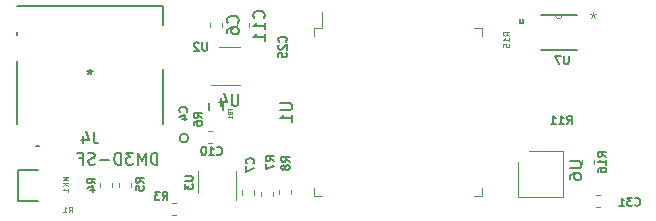
<source format=gbr>
G04 #@! TF.GenerationSoftware,KiCad,Pcbnew,(5.1.6)-1*
G04 #@! TF.CreationDate,2021-02-18T21:14:00+09:00*
G04 #@! TF.ProjectId,guardianCam_Wifi,67756172-6469-4616-9e43-616d5f576966,rev?*
G04 #@! TF.SameCoordinates,Original*
G04 #@! TF.FileFunction,Legend,Bot*
G04 #@! TF.FilePolarity,Positive*
%FSLAX46Y46*%
G04 Gerber Fmt 4.6, Leading zero omitted, Abs format (unit mm)*
G04 Created by KiCad (PCBNEW (5.1.6)-1) date 2021-02-18 21:14:00*
%MOMM*%
%LPD*%
G01*
G04 APERTURE LIST*
%ADD10C,0.120000*%
%ADD11C,0.152400*%
%ADD12C,0.100000*%
%ADD13C,0.127000*%
%ADD14C,0.150000*%
%ADD15C,0.125000*%
%ADD16C,0.175000*%
%ADD17C,0.015000*%
%ADD18C,0.120607*%
G04 APERTURE END LIST*
D10*
X129960000Y-95670000D02*
X127040000Y-95670000D01*
X129960000Y-99490000D02*
X129960000Y-95670000D01*
X126140000Y-99490000D02*
X129960000Y-99490000D01*
X126140000Y-96570000D02*
X126140000Y-99490000D01*
D11*
X98246600Y-94540701D02*
G75*
G03*
X98246600Y-94540701I-381000J0D01*
G01*
X83692400Y-85806261D02*
X83692400Y-85572730D01*
X96087600Y-88671142D02*
X96087600Y-93306261D01*
X96087600Y-83313700D02*
X96087600Y-84956260D01*
X83692400Y-83313700D02*
X96087600Y-83313700D01*
X83692400Y-93306261D02*
X83692400Y-88021141D01*
X85625548Y-95226300D02*
X85335000Y-95226300D01*
D10*
X96888733Y-100030000D02*
X97231267Y-100030000D01*
X96888733Y-101050000D02*
X97231267Y-101050000D01*
D11*
X126562000Y-84807200D02*
X126562000Y-84426200D01*
X126308000Y-84807200D02*
X126562000Y-84807200D01*
X126308000Y-84426200D02*
X126308000Y-84807200D01*
X129914800Y-84121400D02*
X131108600Y-84121400D01*
X129305200Y-84121400D02*
X129914800Y-84121400D01*
X128111400Y-84121400D02*
X129305200Y-84121400D01*
X131108600Y-87118600D02*
X128111400Y-87118600D01*
D12*
X129305200Y-84121400D02*
G75*
G03*
X129914800Y-84121400I304800J0D01*
G01*
D10*
X131530000Y-96741267D02*
X131530000Y-96398733D01*
X132550000Y-96741267D02*
X132550000Y-96398733D01*
X132758733Y-99370000D02*
X133101267Y-99370000D01*
X132758733Y-100390000D02*
X133101267Y-100390000D01*
X102620000Y-90060000D02*
X100170000Y-90060000D01*
X100820000Y-86840000D02*
X102620000Y-86840000D01*
X102270000Y-97360000D02*
X102270000Y-99810000D01*
X99050000Y-99160000D02*
X99050000Y-97360000D01*
X109580000Y-85220000D02*
X109580000Y-83855000D01*
X108880000Y-85220000D02*
X109580000Y-85220000D01*
X108880000Y-85920000D02*
X108880000Y-85220000D01*
X108880000Y-99440000D02*
X109580000Y-99440000D01*
X108880000Y-98740000D02*
X108880000Y-99440000D01*
X123100000Y-85220000D02*
X122400000Y-85220000D01*
X123100000Y-85920000D02*
X123100000Y-85220000D01*
X123100000Y-99440000D02*
X122400000Y-99440000D01*
X123100000Y-98740000D02*
X123100000Y-99440000D01*
X106930000Y-98933733D02*
X106930000Y-99276267D01*
X105910000Y-98933733D02*
X105910000Y-99276267D01*
X105400000Y-99093733D02*
X105400000Y-99436267D01*
X104380000Y-99093733D02*
X104380000Y-99436267D01*
X93350000Y-98373733D02*
X93350000Y-98716267D01*
X92330000Y-98373733D02*
X92330000Y-98716267D01*
X90770000Y-98716267D02*
X90770000Y-98373733D01*
X91790000Y-98716267D02*
X91790000Y-98373733D01*
D12*
X87122000Y-100108000D02*
G75*
G03*
X87122000Y-100108000I-50000J0D01*
G01*
D13*
X83800000Y-99855000D02*
X85540000Y-99855000D01*
X83800000Y-97205000D02*
X83800000Y-99855000D01*
X85540000Y-97205000D02*
X83800000Y-97205000D01*
X99955000Y-92200000D02*
X99955000Y-91540000D01*
X101205000Y-92200000D02*
X101205000Y-91540000D01*
D10*
X102330000Y-85146267D02*
X102330000Y-84803733D01*
X103350000Y-85146267D02*
X103350000Y-84803733D01*
X100226267Y-94940000D02*
X99883733Y-94940000D01*
X100226267Y-93920000D02*
X99883733Y-93920000D01*
X102770000Y-99316267D02*
X102770000Y-98973733D01*
X103790000Y-99316267D02*
X103790000Y-98973733D01*
X100110000Y-85126267D02*
X100110000Y-84783733D01*
X101130000Y-85126267D02*
X101130000Y-84783733D01*
D14*
X130512380Y-96508095D02*
X131321904Y-96508095D01*
X131417142Y-96555714D01*
X131464761Y-96603333D01*
X131512380Y-96698571D01*
X131512380Y-96889047D01*
X131464761Y-96984285D01*
X131417142Y-97031904D01*
X131321904Y-97079523D01*
X130512380Y-97079523D01*
X130512380Y-97984285D02*
X130512380Y-97793809D01*
X130560000Y-97698571D01*
X130607619Y-97650952D01*
X130750476Y-97555714D01*
X130940952Y-97508095D01*
X131321904Y-97508095D01*
X131417142Y-97555714D01*
X131464761Y-97603333D01*
X131512380Y-97698571D01*
X131512380Y-97889047D01*
X131464761Y-97984285D01*
X131417142Y-98031904D01*
X131321904Y-98079523D01*
X131083809Y-98079523D01*
X130988571Y-98031904D01*
X130940952Y-97984285D01*
X130893333Y-97889047D01*
X130893333Y-97698571D01*
X130940952Y-97603333D01*
X130988571Y-97555714D01*
X131083809Y-97508095D01*
X130280000Y-93356666D02*
X130513333Y-93023333D01*
X130680000Y-93356666D02*
X130680000Y-92656666D01*
X130413333Y-92656666D01*
X130346666Y-92690000D01*
X130313333Y-92723333D01*
X130280000Y-92790000D01*
X130280000Y-92890000D01*
X130313333Y-92956666D01*
X130346666Y-92990000D01*
X130413333Y-93023333D01*
X130680000Y-93023333D01*
X129613333Y-93356666D02*
X130013333Y-93356666D01*
X129813333Y-93356666D02*
X129813333Y-92656666D01*
X129880000Y-92756666D01*
X129946666Y-92823333D01*
X130013333Y-92856666D01*
X128946666Y-93356666D02*
X129346666Y-93356666D01*
X129146666Y-93356666D02*
X129146666Y-92656666D01*
X129213333Y-92756666D01*
X129280000Y-92823333D01*
X129346666Y-92856666D01*
D15*
X88093333Y-100836190D02*
X88260000Y-100598095D01*
X88379047Y-100836190D02*
X88379047Y-100336190D01*
X88188571Y-100336190D01*
X88140952Y-100360000D01*
X88117142Y-100383809D01*
X88093333Y-100431428D01*
X88093333Y-100502857D01*
X88117142Y-100550476D01*
X88140952Y-100574285D01*
X88188571Y-100598095D01*
X88379047Y-100598095D01*
X87617142Y-100836190D02*
X87902857Y-100836190D01*
X87760000Y-100836190D02*
X87760000Y-100336190D01*
X87807619Y-100407619D01*
X87855238Y-100455238D01*
X87902857Y-100479047D01*
D14*
X90223333Y-93993081D02*
X90223333Y-94707367D01*
X90270952Y-94850224D01*
X90366190Y-94945462D01*
X90509047Y-94993081D01*
X90604285Y-94993081D01*
X89318571Y-94326415D02*
X89318571Y-94993081D01*
X89556666Y-93945462D02*
X89794761Y-94659748D01*
X89175714Y-94659748D01*
X95613333Y-96782380D02*
X95613333Y-95782380D01*
X95375238Y-95782380D01*
X95232380Y-95830000D01*
X95137142Y-95925238D01*
X95089523Y-96020476D01*
X95041904Y-96210952D01*
X95041904Y-96353809D01*
X95089523Y-96544285D01*
X95137142Y-96639523D01*
X95232380Y-96734761D01*
X95375238Y-96782380D01*
X95613333Y-96782380D01*
X94613333Y-96782380D02*
X94613333Y-95782380D01*
X94280000Y-96496666D01*
X93946666Y-95782380D01*
X93946666Y-96782380D01*
X93565714Y-95782380D02*
X92946666Y-95782380D01*
X93280000Y-96163333D01*
X93137142Y-96163333D01*
X93041904Y-96210952D01*
X92994285Y-96258571D01*
X92946666Y-96353809D01*
X92946666Y-96591904D01*
X92994285Y-96687142D01*
X93041904Y-96734761D01*
X93137142Y-96782380D01*
X93422857Y-96782380D01*
X93518095Y-96734761D01*
X93565714Y-96687142D01*
X92518095Y-96782380D02*
X92518095Y-95782380D01*
X92280000Y-95782380D01*
X92137142Y-95830000D01*
X92041904Y-95925238D01*
X91994285Y-96020476D01*
X91946666Y-96210952D01*
X91946666Y-96353809D01*
X91994285Y-96544285D01*
X92041904Y-96639523D01*
X92137142Y-96734761D01*
X92280000Y-96782380D01*
X92518095Y-96782380D01*
X91518095Y-96401428D02*
X90756190Y-96401428D01*
X90327619Y-96734761D02*
X90184761Y-96782380D01*
X89946666Y-96782380D01*
X89851428Y-96734761D01*
X89803809Y-96687142D01*
X89756190Y-96591904D01*
X89756190Y-96496666D01*
X89803809Y-96401428D01*
X89851428Y-96353809D01*
X89946666Y-96306190D01*
X90137142Y-96258571D01*
X90232380Y-96210952D01*
X90280000Y-96163333D01*
X90327619Y-96068095D01*
X90327619Y-95972857D01*
X90280000Y-95877619D01*
X90232380Y-95830000D01*
X90137142Y-95782380D01*
X89899047Y-95782380D01*
X89756190Y-95830000D01*
X88994285Y-96258571D02*
X89327619Y-96258571D01*
X89327619Y-96782380D02*
X89327619Y-95782380D01*
X88851428Y-95782380D01*
X89890000Y-88722380D02*
X89890000Y-88960476D01*
X90128095Y-88865238D02*
X89890000Y-88960476D01*
X89651904Y-88865238D01*
X90032857Y-89150952D02*
X89890000Y-88960476D01*
X89747142Y-89150952D01*
D15*
X125416190Y-85868571D02*
X125178095Y-85701904D01*
X125416190Y-85582857D02*
X124916190Y-85582857D01*
X124916190Y-85773333D01*
X124940000Y-85820952D01*
X124963809Y-85844761D01*
X125011428Y-85868571D01*
X125082857Y-85868571D01*
X125130476Y-85844761D01*
X125154285Y-85820952D01*
X125178095Y-85773333D01*
X125178095Y-85582857D01*
X125416190Y-86344761D02*
X125416190Y-86059047D01*
X125416190Y-86201904D02*
X124916190Y-86201904D01*
X124987619Y-86154285D01*
X125035238Y-86106666D01*
X125059047Y-86059047D01*
X124916190Y-86797142D02*
X124916190Y-86559047D01*
X125154285Y-86535238D01*
X125130476Y-86559047D01*
X125106666Y-86606666D01*
X125106666Y-86725714D01*
X125130476Y-86773333D01*
X125154285Y-86797142D01*
X125201904Y-86820952D01*
X125320952Y-86820952D01*
X125368571Y-86797142D01*
X125392380Y-86773333D01*
X125416190Y-86725714D01*
X125416190Y-86606666D01*
X125392380Y-86559047D01*
X125368571Y-86535238D01*
D14*
X106500000Y-86375000D02*
X106533333Y-86341666D01*
X106566666Y-86241666D01*
X106566666Y-86175000D01*
X106533333Y-86075000D01*
X106466666Y-86008333D01*
X106400000Y-85975000D01*
X106266666Y-85941666D01*
X106166666Y-85941666D01*
X106033333Y-85975000D01*
X105966666Y-86008333D01*
X105900000Y-86075000D01*
X105866666Y-86175000D01*
X105866666Y-86241666D01*
X105900000Y-86341666D01*
X105933333Y-86375000D01*
X105933333Y-86641666D02*
X105900000Y-86675000D01*
X105866666Y-86741666D01*
X105866666Y-86908333D01*
X105900000Y-86975000D01*
X105933333Y-87008333D01*
X106000000Y-87041666D01*
X106066666Y-87041666D01*
X106166666Y-87008333D01*
X106566666Y-86608333D01*
X106566666Y-87041666D01*
X105866666Y-87675000D02*
X105866666Y-87341666D01*
X106200000Y-87308333D01*
X106166666Y-87341666D01*
X106133333Y-87408333D01*
X106133333Y-87575000D01*
X106166666Y-87641666D01*
X106200000Y-87675000D01*
X106266666Y-87708333D01*
X106433333Y-87708333D01*
X106500000Y-87675000D01*
X106533333Y-87641666D01*
X106566666Y-87575000D01*
X106566666Y-87408333D01*
X106533333Y-87341666D01*
X106500000Y-87308333D01*
X99396666Y-92813333D02*
X99063333Y-92580000D01*
X99396666Y-92413333D02*
X98696666Y-92413333D01*
X98696666Y-92680000D01*
X98730000Y-92746666D01*
X98763333Y-92780000D01*
X98830000Y-92813333D01*
X98930000Y-92813333D01*
X98996666Y-92780000D01*
X99030000Y-92746666D01*
X99063333Y-92680000D01*
X99063333Y-92413333D01*
X98696666Y-93413333D02*
X98696666Y-93280000D01*
X98730000Y-93213333D01*
X98763333Y-93180000D01*
X98863333Y-93113333D01*
X98996666Y-93080000D01*
X99263333Y-93080000D01*
X99330000Y-93113333D01*
X99363333Y-93146666D01*
X99396666Y-93213333D01*
X99396666Y-93346666D01*
X99363333Y-93413333D01*
X99330000Y-93446666D01*
X99263333Y-93480000D01*
X99096666Y-93480000D01*
X99030000Y-93446666D01*
X98996666Y-93413333D01*
X98963333Y-93346666D01*
X98963333Y-93213333D01*
X98996666Y-93146666D01*
X99030000Y-93113333D01*
X99096666Y-93080000D01*
X98100000Y-92323333D02*
X98133333Y-92290000D01*
X98166666Y-92190000D01*
X98166666Y-92123333D01*
X98133333Y-92023333D01*
X98066666Y-91956666D01*
X98000000Y-91923333D01*
X97866666Y-91890000D01*
X97766666Y-91890000D01*
X97633333Y-91923333D01*
X97566666Y-91956666D01*
X97500000Y-92023333D01*
X97466666Y-92123333D01*
X97466666Y-92190000D01*
X97500000Y-92290000D01*
X97533333Y-92323333D01*
X97700000Y-92923333D02*
X98166666Y-92923333D01*
X97433333Y-92756666D02*
X97933333Y-92590000D01*
X97933333Y-93023333D01*
X96056666Y-99776666D02*
X96290000Y-99443333D01*
X96456666Y-99776666D02*
X96456666Y-99076666D01*
X96190000Y-99076666D01*
X96123333Y-99110000D01*
X96090000Y-99143333D01*
X96056666Y-99210000D01*
X96056666Y-99310000D01*
X96090000Y-99376666D01*
X96123333Y-99410000D01*
X96190000Y-99443333D01*
X96456666Y-99443333D01*
X95823333Y-99076666D02*
X95390000Y-99076666D01*
X95623333Y-99343333D01*
X95523333Y-99343333D01*
X95456666Y-99376666D01*
X95423333Y-99410000D01*
X95390000Y-99476666D01*
X95390000Y-99643333D01*
X95423333Y-99710000D01*
X95456666Y-99743333D01*
X95523333Y-99776666D01*
X95723333Y-99776666D01*
X95790000Y-99743333D01*
X95823333Y-99710000D01*
D16*
X130433333Y-87566666D02*
X130433333Y-88133333D01*
X130400000Y-88200000D01*
X130366666Y-88233333D01*
X130300000Y-88266666D01*
X130166666Y-88266666D01*
X130100000Y-88233333D01*
X130066666Y-88200000D01*
X130033333Y-88133333D01*
X130033333Y-87566666D01*
X129766666Y-87566666D02*
X129300000Y-87566666D01*
X129600000Y-88266666D01*
D17*
X132483830Y-83901810D02*
X132483830Y-84140206D01*
X132722225Y-84044848D02*
X132483830Y-84140206D01*
X132245434Y-84044848D01*
X132626867Y-84330922D02*
X132483830Y-84140206D01*
X132340792Y-84330922D01*
D14*
X133596666Y-96110000D02*
X133263333Y-95876666D01*
X133596666Y-95710000D02*
X132896666Y-95710000D01*
X132896666Y-95976666D01*
X132930000Y-96043333D01*
X132963333Y-96076666D01*
X133030000Y-96110000D01*
X133130000Y-96110000D01*
X133196666Y-96076666D01*
X133230000Y-96043333D01*
X133263333Y-95976666D01*
X133263333Y-95710000D01*
X133596666Y-96776666D02*
X133596666Y-96376666D01*
X133596666Y-96576666D02*
X132896666Y-96576666D01*
X132996666Y-96510000D01*
X133063333Y-96443333D01*
X133096666Y-96376666D01*
X132896666Y-97376666D02*
X132896666Y-97243333D01*
X132930000Y-97176666D01*
X132963333Y-97143333D01*
X133063333Y-97076666D01*
X133196666Y-97043333D01*
X133463333Y-97043333D01*
X133530000Y-97076666D01*
X133563333Y-97110000D01*
X133596666Y-97176666D01*
X133596666Y-97310000D01*
X133563333Y-97376666D01*
X133530000Y-97410000D01*
X133463333Y-97443333D01*
X133296666Y-97443333D01*
X133230000Y-97410000D01*
X133196666Y-97376666D01*
X133163333Y-97310000D01*
X133163333Y-97176666D01*
X133196666Y-97110000D01*
X133230000Y-97076666D01*
X133296666Y-97043333D01*
X136050000Y-100210000D02*
X136083333Y-100243333D01*
X136183333Y-100276666D01*
X136250000Y-100276666D01*
X136350000Y-100243333D01*
X136416666Y-100176666D01*
X136450000Y-100110000D01*
X136483333Y-99976666D01*
X136483333Y-99876666D01*
X136450000Y-99743333D01*
X136416666Y-99676666D01*
X136350000Y-99610000D01*
X136250000Y-99576666D01*
X136183333Y-99576666D01*
X136083333Y-99610000D01*
X136050000Y-99643333D01*
X135816666Y-99576666D02*
X135383333Y-99576666D01*
X135616666Y-99843333D01*
X135516666Y-99843333D01*
X135450000Y-99876666D01*
X135416666Y-99910000D01*
X135383333Y-99976666D01*
X135383333Y-100143333D01*
X135416666Y-100210000D01*
X135450000Y-100243333D01*
X135516666Y-100276666D01*
X135716666Y-100276666D01*
X135783333Y-100243333D01*
X135816666Y-100210000D01*
X134716666Y-100276666D02*
X135116666Y-100276666D01*
X134916666Y-100276666D02*
X134916666Y-99576666D01*
X134983333Y-99676666D01*
X135050000Y-99743333D01*
X135116666Y-99776666D01*
X102481904Y-90802380D02*
X102481904Y-91611904D01*
X102434285Y-91707142D01*
X102386666Y-91754761D01*
X102291428Y-91802380D01*
X102100952Y-91802380D01*
X102005714Y-91754761D01*
X101958095Y-91707142D01*
X101910476Y-91611904D01*
X101910476Y-90802380D01*
X101005714Y-91135714D02*
X101005714Y-91802380D01*
X101243809Y-90754761D02*
X101481904Y-91469047D01*
X100862857Y-91469047D01*
X97916666Y-97766666D02*
X98483333Y-97766666D01*
X98550000Y-97800000D01*
X98583333Y-97833333D01*
X98616666Y-97900000D01*
X98616666Y-98033333D01*
X98583333Y-98100000D01*
X98550000Y-98133333D01*
X98483333Y-98166666D01*
X97916666Y-98166666D01*
X97916666Y-98433333D02*
X97916666Y-98866666D01*
X98183333Y-98633333D01*
X98183333Y-98733333D01*
X98216666Y-98800000D01*
X98250000Y-98833333D01*
X98316666Y-98866666D01*
X98483333Y-98866666D01*
X98550000Y-98833333D01*
X98583333Y-98800000D01*
X98616666Y-98733333D01*
X98616666Y-98533333D01*
X98583333Y-98466666D01*
X98550000Y-98433333D01*
X99823333Y-86436666D02*
X99823333Y-87003333D01*
X99790000Y-87070000D01*
X99756666Y-87103333D01*
X99690000Y-87136666D01*
X99556666Y-87136666D01*
X99490000Y-87103333D01*
X99456666Y-87070000D01*
X99423333Y-87003333D01*
X99423333Y-86436666D01*
X99123333Y-86503333D02*
X99090000Y-86470000D01*
X99023333Y-86436666D01*
X98856666Y-86436666D01*
X98790000Y-86470000D01*
X98756666Y-86503333D01*
X98723333Y-86570000D01*
X98723333Y-86636666D01*
X98756666Y-86736666D01*
X99156666Y-87136666D01*
X98723333Y-87136666D01*
X106022380Y-91568095D02*
X106831904Y-91568095D01*
X106927142Y-91615714D01*
X106974761Y-91663333D01*
X107022380Y-91758571D01*
X107022380Y-91949047D01*
X106974761Y-92044285D01*
X106927142Y-92091904D01*
X106831904Y-92139523D01*
X106022380Y-92139523D01*
X107022380Y-93139523D02*
X107022380Y-92568095D01*
X107022380Y-92853809D02*
X106022380Y-92853809D01*
X106165238Y-92758571D01*
X106260476Y-92663333D01*
X106308095Y-92568095D01*
X106806666Y-96563333D02*
X106473333Y-96330000D01*
X106806666Y-96163333D02*
X106106666Y-96163333D01*
X106106666Y-96430000D01*
X106140000Y-96496666D01*
X106173333Y-96530000D01*
X106240000Y-96563333D01*
X106340000Y-96563333D01*
X106406666Y-96530000D01*
X106440000Y-96496666D01*
X106473333Y-96430000D01*
X106473333Y-96163333D01*
X106406666Y-96963333D02*
X106373333Y-96896666D01*
X106340000Y-96863333D01*
X106273333Y-96830000D01*
X106240000Y-96830000D01*
X106173333Y-96863333D01*
X106140000Y-96896666D01*
X106106666Y-96963333D01*
X106106666Y-97096666D01*
X106140000Y-97163333D01*
X106173333Y-97196666D01*
X106240000Y-97230000D01*
X106273333Y-97230000D01*
X106340000Y-97196666D01*
X106373333Y-97163333D01*
X106406666Y-97096666D01*
X106406666Y-96963333D01*
X106440000Y-96896666D01*
X106473333Y-96863333D01*
X106540000Y-96830000D01*
X106673333Y-96830000D01*
X106740000Y-96863333D01*
X106773333Y-96896666D01*
X106806666Y-96963333D01*
X106806666Y-97096666D01*
X106773333Y-97163333D01*
X106740000Y-97196666D01*
X106673333Y-97230000D01*
X106540000Y-97230000D01*
X106473333Y-97196666D01*
X106440000Y-97163333D01*
X106406666Y-97096666D01*
X105486666Y-96483333D02*
X105153333Y-96250000D01*
X105486666Y-96083333D02*
X104786666Y-96083333D01*
X104786666Y-96350000D01*
X104820000Y-96416666D01*
X104853333Y-96450000D01*
X104920000Y-96483333D01*
X105020000Y-96483333D01*
X105086666Y-96450000D01*
X105120000Y-96416666D01*
X105153333Y-96350000D01*
X105153333Y-96083333D01*
X104786666Y-96716666D02*
X104786666Y-97183333D01*
X105486666Y-96883333D01*
X94466666Y-98323333D02*
X94133333Y-98090000D01*
X94466666Y-97923333D02*
X93766666Y-97923333D01*
X93766666Y-98190000D01*
X93800000Y-98256666D01*
X93833333Y-98290000D01*
X93900000Y-98323333D01*
X94000000Y-98323333D01*
X94066666Y-98290000D01*
X94100000Y-98256666D01*
X94133333Y-98190000D01*
X94133333Y-97923333D01*
X93766666Y-98956666D02*
X93766666Y-98623333D01*
X94100000Y-98590000D01*
X94066666Y-98623333D01*
X94033333Y-98690000D01*
X94033333Y-98856666D01*
X94066666Y-98923333D01*
X94100000Y-98956666D01*
X94166666Y-98990000D01*
X94333333Y-98990000D01*
X94400000Y-98956666D01*
X94433333Y-98923333D01*
X94466666Y-98856666D01*
X94466666Y-98690000D01*
X94433333Y-98623333D01*
X94400000Y-98590000D01*
X90376666Y-98363333D02*
X90043333Y-98130000D01*
X90376666Y-97963333D02*
X89676666Y-97963333D01*
X89676666Y-98230000D01*
X89710000Y-98296666D01*
X89743333Y-98330000D01*
X89810000Y-98363333D01*
X89910000Y-98363333D01*
X89976666Y-98330000D01*
X90010000Y-98296666D01*
X90043333Y-98230000D01*
X90043333Y-97963333D01*
X89910000Y-98963333D02*
X90376666Y-98963333D01*
X89643333Y-98796666D02*
X90143333Y-98630000D01*
X90143333Y-99063333D01*
D18*
X88088241Y-97798247D02*
X87605812Y-97798247D01*
X87950404Y-97959057D01*
X87605812Y-98119867D01*
X88088241Y-98119867D01*
X88088241Y-98349595D02*
X87605812Y-98349595D01*
X88088241Y-98625268D02*
X87812567Y-98418513D01*
X87605812Y-98625268D02*
X87881486Y-98349595D01*
X88088241Y-99084725D02*
X88088241Y-98809051D01*
X88088241Y-98946888D02*
X87605812Y-98946888D01*
X87674731Y-98900942D01*
X87720676Y-98854996D01*
X87743649Y-98809051D01*
D17*
X101764589Y-92188471D02*
X101764589Y-92081422D01*
X101932810Y-92081422D02*
X101611662Y-92081422D01*
X101611662Y-92234349D01*
X101764589Y-92463741D02*
X101779882Y-92509619D01*
X101795175Y-92524912D01*
X101825760Y-92540205D01*
X101871639Y-92540205D01*
X101902224Y-92524912D01*
X101917517Y-92509619D01*
X101932810Y-92479034D01*
X101932810Y-92356692D01*
X101611662Y-92356692D01*
X101611662Y-92463741D01*
X101626955Y-92494326D01*
X101642247Y-92509619D01*
X101672833Y-92524912D01*
X101703418Y-92524912D01*
X101734004Y-92509619D01*
X101749297Y-92494326D01*
X101764589Y-92463741D01*
X101764589Y-92356692D01*
X101932810Y-92846060D02*
X101932810Y-92662547D01*
X101932810Y-92754303D02*
X101611662Y-92754303D01*
X101657540Y-92723718D01*
X101688126Y-92693132D01*
X101703418Y-92662547D01*
D14*
X104637142Y-84372142D02*
X104684761Y-84324523D01*
X104732380Y-84181666D01*
X104732380Y-84086428D01*
X104684761Y-83943571D01*
X104589523Y-83848333D01*
X104494285Y-83800714D01*
X104303809Y-83753095D01*
X104160952Y-83753095D01*
X103970476Y-83800714D01*
X103875238Y-83848333D01*
X103780000Y-83943571D01*
X103732380Y-84086428D01*
X103732380Y-84181666D01*
X103780000Y-84324523D01*
X103827619Y-84372142D01*
X104732380Y-85324523D02*
X104732380Y-84753095D01*
X104732380Y-85038809D02*
X103732380Y-85038809D01*
X103875238Y-84943571D01*
X103970476Y-84848333D01*
X104018095Y-84753095D01*
X104732380Y-86276904D02*
X104732380Y-85705476D01*
X104732380Y-85991190D02*
X103732380Y-85991190D01*
X103875238Y-85895952D01*
X103970476Y-85800714D01*
X104018095Y-85705476D01*
X100660000Y-95900000D02*
X100693333Y-95933333D01*
X100793333Y-95966666D01*
X100860000Y-95966666D01*
X100960000Y-95933333D01*
X101026666Y-95866666D01*
X101060000Y-95800000D01*
X101093333Y-95666666D01*
X101093333Y-95566666D01*
X101060000Y-95433333D01*
X101026666Y-95366666D01*
X100960000Y-95300000D01*
X100860000Y-95266666D01*
X100793333Y-95266666D01*
X100693333Y-95300000D01*
X100660000Y-95333333D01*
X99993333Y-95966666D02*
X100393333Y-95966666D01*
X100193333Y-95966666D02*
X100193333Y-95266666D01*
X100260000Y-95366666D01*
X100326666Y-95433333D01*
X100393333Y-95466666D01*
X99560000Y-95266666D02*
X99493333Y-95266666D01*
X99426666Y-95300000D01*
X99393333Y-95333333D01*
X99360000Y-95400000D01*
X99326666Y-95533333D01*
X99326666Y-95700000D01*
X99360000Y-95833333D01*
X99393333Y-95900000D01*
X99426666Y-95933333D01*
X99493333Y-95966666D01*
X99560000Y-95966666D01*
X99626666Y-95933333D01*
X99660000Y-95900000D01*
X99693333Y-95833333D01*
X99726666Y-95700000D01*
X99726666Y-95533333D01*
X99693333Y-95400000D01*
X99660000Y-95333333D01*
X99626666Y-95300000D01*
X99560000Y-95266666D01*
X103750000Y-96683333D02*
X103783333Y-96650000D01*
X103816666Y-96550000D01*
X103816666Y-96483333D01*
X103783333Y-96383333D01*
X103716666Y-96316666D01*
X103650000Y-96283333D01*
X103516666Y-96250000D01*
X103416666Y-96250000D01*
X103283333Y-96283333D01*
X103216666Y-96316666D01*
X103150000Y-96383333D01*
X103116666Y-96483333D01*
X103116666Y-96550000D01*
X103150000Y-96650000D01*
X103183333Y-96683333D01*
X103116666Y-96916666D02*
X103116666Y-97383333D01*
X103816666Y-97083333D01*
X102407142Y-84788333D02*
X102454761Y-84740714D01*
X102502380Y-84597857D01*
X102502380Y-84502619D01*
X102454761Y-84359761D01*
X102359523Y-84264523D01*
X102264285Y-84216904D01*
X102073809Y-84169285D01*
X101930952Y-84169285D01*
X101740476Y-84216904D01*
X101645238Y-84264523D01*
X101550000Y-84359761D01*
X101502380Y-84502619D01*
X101502380Y-84597857D01*
X101550000Y-84740714D01*
X101597619Y-84788333D01*
X101502380Y-85645476D02*
X101502380Y-85455000D01*
X101550000Y-85359761D01*
X101597619Y-85312142D01*
X101740476Y-85216904D01*
X101930952Y-85169285D01*
X102311904Y-85169285D01*
X102407142Y-85216904D01*
X102454761Y-85264523D01*
X102502380Y-85359761D01*
X102502380Y-85550238D01*
X102454761Y-85645476D01*
X102407142Y-85693095D01*
X102311904Y-85740714D01*
X102073809Y-85740714D01*
X101978571Y-85693095D01*
X101930952Y-85645476D01*
X101883333Y-85550238D01*
X101883333Y-85359761D01*
X101930952Y-85264523D01*
X101978571Y-85216904D01*
X102073809Y-85169285D01*
M02*

</source>
